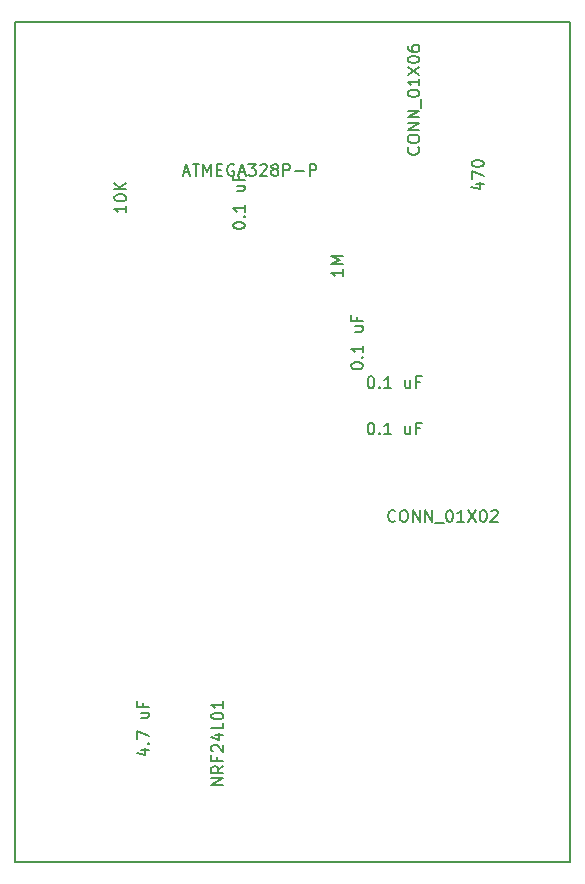
<source format=gbr>
G04 #@! TF.FileFunction,Other,Fab,Top*
%FSLAX46Y46*%
G04 Gerber Fmt 4.6, Leading zero omitted, Abs format (unit mm)*
G04 Created by KiCad (PCBNEW 4.0.1-3.201512221401+6198~38~ubuntu15.10.1-stable) date dom 03 ene 2016 17:04:19 ART*
%MOMM*%
G01*
G04 APERTURE LIST*
%ADD10C,0.100000*%
%ADD11C,0.200000*%
%ADD12C,0.150000*%
G04 APERTURE END LIST*
D10*
D11*
X187985400Y-160147000D02*
X186715400Y-160147000D01*
X187985400Y-89027000D02*
X187985400Y-160147000D01*
X140995400Y-160147000D02*
X186715400Y-160147000D01*
X140995400Y-89027000D02*
X140995400Y-160147000D01*
X187985400Y-89027000D02*
X140995400Y-89027000D01*
D12*
X155264552Y-101780467D02*
X155740743Y-101780467D01*
X155169314Y-102066181D02*
X155502647Y-101066181D01*
X155835981Y-102066181D01*
X156026457Y-101066181D02*
X156597886Y-101066181D01*
X156312171Y-102066181D02*
X156312171Y-101066181D01*
X156931219Y-102066181D02*
X156931219Y-101066181D01*
X157264553Y-101780467D01*
X157597886Y-101066181D01*
X157597886Y-102066181D01*
X158074076Y-101542371D02*
X158407410Y-101542371D01*
X158550267Y-102066181D02*
X158074076Y-102066181D01*
X158074076Y-101066181D01*
X158550267Y-101066181D01*
X159502648Y-101113800D02*
X159407410Y-101066181D01*
X159264553Y-101066181D01*
X159121695Y-101113800D01*
X159026457Y-101209038D01*
X158978838Y-101304276D01*
X158931219Y-101494752D01*
X158931219Y-101637610D01*
X158978838Y-101828086D01*
X159026457Y-101923324D01*
X159121695Y-102018562D01*
X159264553Y-102066181D01*
X159359791Y-102066181D01*
X159502648Y-102018562D01*
X159550267Y-101970943D01*
X159550267Y-101637610D01*
X159359791Y-101637610D01*
X159931219Y-101780467D02*
X160407410Y-101780467D01*
X159835981Y-102066181D02*
X160169314Y-101066181D01*
X160502648Y-102066181D01*
X160740743Y-101066181D02*
X161359791Y-101066181D01*
X161026457Y-101447133D01*
X161169315Y-101447133D01*
X161264553Y-101494752D01*
X161312172Y-101542371D01*
X161359791Y-101637610D01*
X161359791Y-101875705D01*
X161312172Y-101970943D01*
X161264553Y-102018562D01*
X161169315Y-102066181D01*
X160883600Y-102066181D01*
X160788362Y-102018562D01*
X160740743Y-101970943D01*
X161740743Y-101161419D02*
X161788362Y-101113800D01*
X161883600Y-101066181D01*
X162121696Y-101066181D01*
X162216934Y-101113800D01*
X162264553Y-101161419D01*
X162312172Y-101256657D01*
X162312172Y-101351895D01*
X162264553Y-101494752D01*
X161693124Y-102066181D01*
X162312172Y-102066181D01*
X162883600Y-101494752D02*
X162788362Y-101447133D01*
X162740743Y-101399514D01*
X162693124Y-101304276D01*
X162693124Y-101256657D01*
X162740743Y-101161419D01*
X162788362Y-101113800D01*
X162883600Y-101066181D01*
X163074077Y-101066181D01*
X163169315Y-101113800D01*
X163216934Y-101161419D01*
X163264553Y-101256657D01*
X163264553Y-101304276D01*
X163216934Y-101399514D01*
X163169315Y-101447133D01*
X163074077Y-101494752D01*
X162883600Y-101494752D01*
X162788362Y-101542371D01*
X162740743Y-101589990D01*
X162693124Y-101685229D01*
X162693124Y-101875705D01*
X162740743Y-101970943D01*
X162788362Y-102018562D01*
X162883600Y-102066181D01*
X163074077Y-102066181D01*
X163169315Y-102018562D01*
X163216934Y-101970943D01*
X163264553Y-101875705D01*
X163264553Y-101685229D01*
X163216934Y-101589990D01*
X163169315Y-101542371D01*
X163074077Y-101494752D01*
X163693124Y-102066181D02*
X163693124Y-101066181D01*
X164074077Y-101066181D01*
X164169315Y-101113800D01*
X164216934Y-101161419D01*
X164264553Y-101256657D01*
X164264553Y-101399514D01*
X164216934Y-101494752D01*
X164169315Y-101542371D01*
X164074077Y-101589990D01*
X163693124Y-101589990D01*
X164693124Y-101685229D02*
X165455029Y-101685229D01*
X165931219Y-102066181D02*
X165931219Y-101066181D01*
X166312172Y-101066181D01*
X166407410Y-101113800D01*
X166455029Y-101161419D01*
X166502648Y-101256657D01*
X166502648Y-101399514D01*
X166455029Y-101494752D01*
X166407410Y-101542371D01*
X166312172Y-101589990D01*
X165931219Y-101589990D01*
X171071790Y-122961781D02*
X171167029Y-122961781D01*
X171262267Y-123009400D01*
X171309886Y-123057019D01*
X171357505Y-123152257D01*
X171405124Y-123342733D01*
X171405124Y-123580829D01*
X171357505Y-123771305D01*
X171309886Y-123866543D01*
X171262267Y-123914162D01*
X171167029Y-123961781D01*
X171071790Y-123961781D01*
X170976552Y-123914162D01*
X170928933Y-123866543D01*
X170881314Y-123771305D01*
X170833695Y-123580829D01*
X170833695Y-123342733D01*
X170881314Y-123152257D01*
X170928933Y-123057019D01*
X170976552Y-123009400D01*
X171071790Y-122961781D01*
X171833695Y-123866543D02*
X171881314Y-123914162D01*
X171833695Y-123961781D01*
X171786076Y-123914162D01*
X171833695Y-123866543D01*
X171833695Y-123961781D01*
X172833695Y-123961781D02*
X172262266Y-123961781D01*
X172547980Y-123961781D02*
X172547980Y-122961781D01*
X172452742Y-123104638D01*
X172357504Y-123199876D01*
X172262266Y-123247495D01*
X174452743Y-123295114D02*
X174452743Y-123961781D01*
X174024171Y-123295114D02*
X174024171Y-123818924D01*
X174071790Y-123914162D01*
X174167028Y-123961781D01*
X174309886Y-123961781D01*
X174405124Y-123914162D01*
X174452743Y-123866543D01*
X175262267Y-123437971D02*
X174928933Y-123437971D01*
X174928933Y-123961781D02*
X174928933Y-122961781D01*
X175405124Y-122961781D01*
X171071790Y-119050181D02*
X171167029Y-119050181D01*
X171262267Y-119097800D01*
X171309886Y-119145419D01*
X171357505Y-119240657D01*
X171405124Y-119431133D01*
X171405124Y-119669229D01*
X171357505Y-119859705D01*
X171309886Y-119954943D01*
X171262267Y-120002562D01*
X171167029Y-120050181D01*
X171071790Y-120050181D01*
X170976552Y-120002562D01*
X170928933Y-119954943D01*
X170881314Y-119859705D01*
X170833695Y-119669229D01*
X170833695Y-119431133D01*
X170881314Y-119240657D01*
X170928933Y-119145419D01*
X170976552Y-119097800D01*
X171071790Y-119050181D01*
X171833695Y-119954943D02*
X171881314Y-120002562D01*
X171833695Y-120050181D01*
X171786076Y-120002562D01*
X171833695Y-119954943D01*
X171833695Y-120050181D01*
X172833695Y-120050181D02*
X172262266Y-120050181D01*
X172547980Y-120050181D02*
X172547980Y-119050181D01*
X172452742Y-119193038D01*
X172357504Y-119288276D01*
X172262266Y-119335895D01*
X174452743Y-119383514D02*
X174452743Y-120050181D01*
X174024171Y-119383514D02*
X174024171Y-119907324D01*
X174071790Y-120002562D01*
X174167028Y-120050181D01*
X174309886Y-120050181D01*
X174405124Y-120002562D01*
X174452743Y-119954943D01*
X175262267Y-119526371D02*
X174928933Y-119526371D01*
X174928933Y-120050181D02*
X174928933Y-119050181D01*
X175405124Y-119050181D01*
X151662314Y-150660514D02*
X152328981Y-150660514D01*
X151281362Y-150898610D02*
X151995648Y-151136705D01*
X151995648Y-150517657D01*
X152233743Y-150136705D02*
X152281362Y-150089086D01*
X152328981Y-150136705D01*
X152281362Y-150184324D01*
X152233743Y-150136705D01*
X152328981Y-150136705D01*
X151328981Y-149755753D02*
X151328981Y-149089086D01*
X152328981Y-149517658D01*
X151662314Y-147517657D02*
X152328981Y-147517657D01*
X151662314Y-147946229D02*
X152186124Y-147946229D01*
X152281362Y-147898610D01*
X152328981Y-147803372D01*
X152328981Y-147660514D01*
X152281362Y-147565276D01*
X152233743Y-147517657D01*
X151805171Y-146708133D02*
X151805171Y-147041467D01*
X152328981Y-147041467D02*
X151328981Y-147041467D01*
X151328981Y-146565276D01*
X159457781Y-106310810D02*
X159457781Y-106215571D01*
X159505400Y-106120333D01*
X159553019Y-106072714D01*
X159648257Y-106025095D01*
X159838733Y-105977476D01*
X160076829Y-105977476D01*
X160267305Y-106025095D01*
X160362543Y-106072714D01*
X160410162Y-106120333D01*
X160457781Y-106215571D01*
X160457781Y-106310810D01*
X160410162Y-106406048D01*
X160362543Y-106453667D01*
X160267305Y-106501286D01*
X160076829Y-106548905D01*
X159838733Y-106548905D01*
X159648257Y-106501286D01*
X159553019Y-106453667D01*
X159505400Y-106406048D01*
X159457781Y-106310810D01*
X160362543Y-105548905D02*
X160410162Y-105501286D01*
X160457781Y-105548905D01*
X160410162Y-105596524D01*
X160362543Y-105548905D01*
X160457781Y-105548905D01*
X160457781Y-104548905D02*
X160457781Y-105120334D01*
X160457781Y-104834620D02*
X159457781Y-104834620D01*
X159600638Y-104929858D01*
X159695876Y-105025096D01*
X159743495Y-105120334D01*
X159791114Y-102929857D02*
X160457781Y-102929857D01*
X159791114Y-103358429D02*
X160314924Y-103358429D01*
X160410162Y-103310810D01*
X160457781Y-103215572D01*
X160457781Y-103072714D01*
X160410162Y-102977476D01*
X160362543Y-102929857D01*
X159933971Y-102120333D02*
X159933971Y-102453667D01*
X160457781Y-102453667D02*
X159457781Y-102453667D01*
X159457781Y-101977476D01*
X169443781Y-118208810D02*
X169443781Y-118113571D01*
X169491400Y-118018333D01*
X169539019Y-117970714D01*
X169634257Y-117923095D01*
X169824733Y-117875476D01*
X170062829Y-117875476D01*
X170253305Y-117923095D01*
X170348543Y-117970714D01*
X170396162Y-118018333D01*
X170443781Y-118113571D01*
X170443781Y-118208810D01*
X170396162Y-118304048D01*
X170348543Y-118351667D01*
X170253305Y-118399286D01*
X170062829Y-118446905D01*
X169824733Y-118446905D01*
X169634257Y-118399286D01*
X169539019Y-118351667D01*
X169491400Y-118304048D01*
X169443781Y-118208810D01*
X170348543Y-117446905D02*
X170396162Y-117399286D01*
X170443781Y-117446905D01*
X170396162Y-117494524D01*
X170348543Y-117446905D01*
X170443781Y-117446905D01*
X170443781Y-116446905D02*
X170443781Y-117018334D01*
X170443781Y-116732620D02*
X169443781Y-116732620D01*
X169586638Y-116827858D01*
X169681876Y-116923096D01*
X169729495Y-117018334D01*
X169777114Y-114827857D02*
X170443781Y-114827857D01*
X169777114Y-115256429D02*
X170300924Y-115256429D01*
X170396162Y-115208810D01*
X170443781Y-115113572D01*
X170443781Y-114970714D01*
X170396162Y-114875476D01*
X170348543Y-114827857D01*
X169919971Y-114018333D02*
X169919971Y-114351667D01*
X170443781Y-114351667D02*
X169443781Y-114351667D01*
X169443781Y-113875476D01*
X158616981Y-153663210D02*
X157616981Y-153663210D01*
X158616981Y-153091781D01*
X157616981Y-153091781D01*
X158616981Y-152044162D02*
X158140790Y-152377496D01*
X158616981Y-152615591D02*
X157616981Y-152615591D01*
X157616981Y-152234638D01*
X157664600Y-152139400D01*
X157712219Y-152091781D01*
X157807457Y-152044162D01*
X157950314Y-152044162D01*
X158045552Y-152091781D01*
X158093171Y-152139400D01*
X158140790Y-152234638D01*
X158140790Y-152615591D01*
X158093171Y-151282257D02*
X158093171Y-151615591D01*
X158616981Y-151615591D02*
X157616981Y-151615591D01*
X157616981Y-151139400D01*
X157712219Y-150806067D02*
X157664600Y-150758448D01*
X157616981Y-150663210D01*
X157616981Y-150425114D01*
X157664600Y-150329876D01*
X157712219Y-150282257D01*
X157807457Y-150234638D01*
X157902695Y-150234638D01*
X158045552Y-150282257D01*
X158616981Y-150853686D01*
X158616981Y-150234638D01*
X157950314Y-149377495D02*
X158616981Y-149377495D01*
X157569362Y-149615591D02*
X158283648Y-149853686D01*
X158283648Y-149234638D01*
X158616981Y-148377495D02*
X158616981Y-148853686D01*
X157616981Y-148853686D01*
X157616981Y-147853686D02*
X157616981Y-147758447D01*
X157664600Y-147663209D01*
X157712219Y-147615590D01*
X157807457Y-147567971D01*
X157997933Y-147520352D01*
X158236029Y-147520352D01*
X158426505Y-147567971D01*
X158521743Y-147615590D01*
X158569362Y-147663209D01*
X158616981Y-147758447D01*
X158616981Y-147853686D01*
X158569362Y-147948924D01*
X158521743Y-147996543D01*
X158426505Y-148044162D01*
X158236029Y-148091781D01*
X157997933Y-148091781D01*
X157807457Y-148044162D01*
X157712219Y-147996543D01*
X157664600Y-147948924D01*
X157616981Y-147853686D01*
X158616981Y-146567971D02*
X158616981Y-147139400D01*
X158616981Y-146853686D02*
X157616981Y-146853686D01*
X157759838Y-146948924D01*
X157855076Y-147044162D01*
X157902695Y-147139400D01*
X175135743Y-99654809D02*
X175183362Y-99702428D01*
X175230981Y-99845285D01*
X175230981Y-99940523D01*
X175183362Y-100083381D01*
X175088124Y-100178619D01*
X174992886Y-100226238D01*
X174802410Y-100273857D01*
X174659552Y-100273857D01*
X174469076Y-100226238D01*
X174373838Y-100178619D01*
X174278600Y-100083381D01*
X174230981Y-99940523D01*
X174230981Y-99845285D01*
X174278600Y-99702428D01*
X174326219Y-99654809D01*
X174230981Y-99035762D02*
X174230981Y-98845285D01*
X174278600Y-98750047D01*
X174373838Y-98654809D01*
X174564314Y-98607190D01*
X174897648Y-98607190D01*
X175088124Y-98654809D01*
X175183362Y-98750047D01*
X175230981Y-98845285D01*
X175230981Y-99035762D01*
X175183362Y-99131000D01*
X175088124Y-99226238D01*
X174897648Y-99273857D01*
X174564314Y-99273857D01*
X174373838Y-99226238D01*
X174278600Y-99131000D01*
X174230981Y-99035762D01*
X175230981Y-98178619D02*
X174230981Y-98178619D01*
X175230981Y-97607190D01*
X174230981Y-97607190D01*
X175230981Y-97131000D02*
X174230981Y-97131000D01*
X175230981Y-96559571D01*
X174230981Y-96559571D01*
X175326219Y-96321476D02*
X175326219Y-95559571D01*
X174230981Y-95131000D02*
X174230981Y-95035761D01*
X174278600Y-94940523D01*
X174326219Y-94892904D01*
X174421457Y-94845285D01*
X174611933Y-94797666D01*
X174850029Y-94797666D01*
X175040505Y-94845285D01*
X175135743Y-94892904D01*
X175183362Y-94940523D01*
X175230981Y-95035761D01*
X175230981Y-95131000D01*
X175183362Y-95226238D01*
X175135743Y-95273857D01*
X175040505Y-95321476D01*
X174850029Y-95369095D01*
X174611933Y-95369095D01*
X174421457Y-95321476D01*
X174326219Y-95273857D01*
X174278600Y-95226238D01*
X174230981Y-95131000D01*
X175230981Y-93845285D02*
X175230981Y-94416714D01*
X175230981Y-94131000D02*
X174230981Y-94131000D01*
X174373838Y-94226238D01*
X174469076Y-94321476D01*
X174516695Y-94416714D01*
X174230981Y-93511952D02*
X175230981Y-92845285D01*
X174230981Y-92845285D02*
X175230981Y-93511952D01*
X174230981Y-92273857D02*
X174230981Y-92178618D01*
X174278600Y-92083380D01*
X174326219Y-92035761D01*
X174421457Y-91988142D01*
X174611933Y-91940523D01*
X174850029Y-91940523D01*
X175040505Y-91988142D01*
X175135743Y-92035761D01*
X175183362Y-92083380D01*
X175230981Y-92178618D01*
X175230981Y-92273857D01*
X175183362Y-92369095D01*
X175135743Y-92416714D01*
X175040505Y-92464333D01*
X174850029Y-92511952D01*
X174611933Y-92511952D01*
X174421457Y-92464333D01*
X174326219Y-92416714D01*
X174278600Y-92369095D01*
X174230981Y-92273857D01*
X174230981Y-91083380D02*
X174230981Y-91273857D01*
X174278600Y-91369095D01*
X174326219Y-91416714D01*
X174469076Y-91511952D01*
X174659552Y-91559571D01*
X175040505Y-91559571D01*
X175135743Y-91511952D01*
X175183362Y-91464333D01*
X175230981Y-91369095D01*
X175230981Y-91178618D01*
X175183362Y-91083380D01*
X175135743Y-91035761D01*
X175040505Y-90988142D01*
X174802410Y-90988142D01*
X174707171Y-91035761D01*
X174659552Y-91083380D01*
X174611933Y-91178618D01*
X174611933Y-91369095D01*
X174659552Y-91464333D01*
X174707171Y-91511952D01*
X174802410Y-91559571D01*
X173191991Y-131267543D02*
X173144372Y-131315162D01*
X173001515Y-131362781D01*
X172906277Y-131362781D01*
X172763419Y-131315162D01*
X172668181Y-131219924D01*
X172620562Y-131124686D01*
X172572943Y-130934210D01*
X172572943Y-130791352D01*
X172620562Y-130600876D01*
X172668181Y-130505638D01*
X172763419Y-130410400D01*
X172906277Y-130362781D01*
X173001515Y-130362781D01*
X173144372Y-130410400D01*
X173191991Y-130458019D01*
X173811038Y-130362781D02*
X174001515Y-130362781D01*
X174096753Y-130410400D01*
X174191991Y-130505638D01*
X174239610Y-130696114D01*
X174239610Y-131029448D01*
X174191991Y-131219924D01*
X174096753Y-131315162D01*
X174001515Y-131362781D01*
X173811038Y-131362781D01*
X173715800Y-131315162D01*
X173620562Y-131219924D01*
X173572943Y-131029448D01*
X173572943Y-130696114D01*
X173620562Y-130505638D01*
X173715800Y-130410400D01*
X173811038Y-130362781D01*
X174668181Y-131362781D02*
X174668181Y-130362781D01*
X175239610Y-131362781D01*
X175239610Y-130362781D01*
X175715800Y-131362781D02*
X175715800Y-130362781D01*
X176287229Y-131362781D01*
X176287229Y-130362781D01*
X176525324Y-131458019D02*
X177287229Y-131458019D01*
X177715800Y-130362781D02*
X177811039Y-130362781D01*
X177906277Y-130410400D01*
X177953896Y-130458019D01*
X178001515Y-130553257D01*
X178049134Y-130743733D01*
X178049134Y-130981829D01*
X178001515Y-131172305D01*
X177953896Y-131267543D01*
X177906277Y-131315162D01*
X177811039Y-131362781D01*
X177715800Y-131362781D01*
X177620562Y-131315162D01*
X177572943Y-131267543D01*
X177525324Y-131172305D01*
X177477705Y-130981829D01*
X177477705Y-130743733D01*
X177525324Y-130553257D01*
X177572943Y-130458019D01*
X177620562Y-130410400D01*
X177715800Y-130362781D01*
X179001515Y-131362781D02*
X178430086Y-131362781D01*
X178715800Y-131362781D02*
X178715800Y-130362781D01*
X178620562Y-130505638D01*
X178525324Y-130600876D01*
X178430086Y-130648495D01*
X179334848Y-130362781D02*
X180001515Y-131362781D01*
X180001515Y-130362781D02*
X179334848Y-131362781D01*
X180572943Y-130362781D02*
X180668182Y-130362781D01*
X180763420Y-130410400D01*
X180811039Y-130458019D01*
X180858658Y-130553257D01*
X180906277Y-130743733D01*
X180906277Y-130981829D01*
X180858658Y-131172305D01*
X180811039Y-131267543D01*
X180763420Y-131315162D01*
X180668182Y-131362781D01*
X180572943Y-131362781D01*
X180477705Y-131315162D01*
X180430086Y-131267543D01*
X180382467Y-131172305D01*
X180334848Y-130981829D01*
X180334848Y-130743733D01*
X180382467Y-130553257D01*
X180430086Y-130458019D01*
X180477705Y-130410400D01*
X180572943Y-130362781D01*
X181287229Y-130458019D02*
X181334848Y-130410400D01*
X181430086Y-130362781D01*
X181668182Y-130362781D01*
X181763420Y-130410400D01*
X181811039Y-130458019D01*
X181858658Y-130553257D01*
X181858658Y-130648495D01*
X181811039Y-130791352D01*
X181239610Y-131362781D01*
X181858658Y-131362781D01*
X150388581Y-104601876D02*
X150388581Y-105173305D01*
X150388581Y-104887591D02*
X149388581Y-104887591D01*
X149531438Y-104982829D01*
X149626676Y-105078067D01*
X149674295Y-105173305D01*
X149388581Y-103982829D02*
X149388581Y-103887590D01*
X149436200Y-103792352D01*
X149483819Y-103744733D01*
X149579057Y-103697114D01*
X149769533Y-103649495D01*
X150007629Y-103649495D01*
X150198105Y-103697114D01*
X150293343Y-103744733D01*
X150340962Y-103792352D01*
X150388581Y-103887590D01*
X150388581Y-103982829D01*
X150340962Y-104078067D01*
X150293343Y-104125686D01*
X150198105Y-104173305D01*
X150007629Y-104220924D01*
X149769533Y-104220924D01*
X149579057Y-104173305D01*
X149483819Y-104125686D01*
X149436200Y-104078067D01*
X149388581Y-103982829D01*
X150388581Y-103220924D02*
X149388581Y-103220924D01*
X150388581Y-102649495D02*
X149817152Y-103078067D01*
X149388581Y-102649495D02*
X149960010Y-103220924D01*
X168752781Y-109988314D02*
X168752781Y-110559743D01*
X168752781Y-110274029D02*
X167752781Y-110274029D01*
X167895638Y-110369267D01*
X167990876Y-110464505D01*
X168038495Y-110559743D01*
X168752781Y-109559743D02*
X167752781Y-109559743D01*
X168467067Y-109226409D01*
X167752781Y-108893076D01*
X168752781Y-108893076D01*
X179998714Y-102742904D02*
X180665381Y-102742904D01*
X179617762Y-102981000D02*
X180332048Y-103219095D01*
X180332048Y-102600047D01*
X179665381Y-102314333D02*
X179665381Y-101647666D01*
X180665381Y-102076238D01*
X179665381Y-101076238D02*
X179665381Y-100980999D01*
X179713000Y-100885761D01*
X179760619Y-100838142D01*
X179855857Y-100790523D01*
X180046333Y-100742904D01*
X180284429Y-100742904D01*
X180474905Y-100790523D01*
X180570143Y-100838142D01*
X180617762Y-100885761D01*
X180665381Y-100980999D01*
X180665381Y-101076238D01*
X180617762Y-101171476D01*
X180570143Y-101219095D01*
X180474905Y-101266714D01*
X180284429Y-101314333D01*
X180046333Y-101314333D01*
X179855857Y-101266714D01*
X179760619Y-101219095D01*
X179713000Y-101171476D01*
X179665381Y-101076238D01*
M02*

</source>
